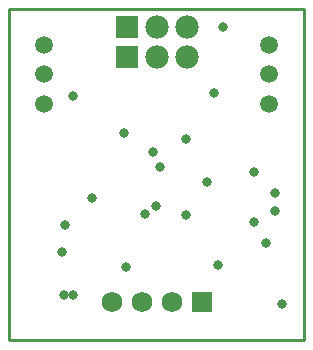
<source format=gts>
G04*
G04 #@! TF.GenerationSoftware,Altium Limited,CircuitStudio,1.5.2 (1.5.2.30)*
G04*
G04 Layer_Color=20142*
%FSLAX44Y44*%
%MOMM*%
G71*
G01*
G75*
%ADD10C,0.2540*%
%ADD31C,1.9812*%
%ADD32R,1.9812X1.9812*%
%ADD33C,1.5032*%
%ADD34R,1.7272X1.7272*%
%ADD35C,1.7272*%
%ADD36C,0.8032*%
D10*
X326500Y265900D02*
X576500D01*
Y545900D01*
X326500D02*
X576500D01*
X326500Y265900D02*
Y545900D01*
D31*
X476900Y505400D02*
D03*
X451500Y505400D02*
D03*
Y530800D02*
D03*
X476900Y530800D02*
D03*
D32*
X426100Y505400D02*
D03*
Y530800D02*
D03*
D33*
X356500Y515900D02*
D03*
Y490900D02*
D03*
Y465900D02*
D03*
X546500Y465900D02*
D03*
Y490900D02*
D03*
Y515900D02*
D03*
D34*
X489600Y298400D02*
D03*
D35*
X464200D02*
D03*
X438800D02*
D03*
X413400D02*
D03*
D36*
X544000Y348400D02*
D03*
X476500Y371900D02*
D03*
X534000Y365900D02*
D03*
X551500Y390900D02*
D03*
X448050Y424950D02*
D03*
X424000Y440900D02*
D03*
X371500Y340900D02*
D03*
X374000Y363400D02*
D03*
X551500Y375400D02*
D03*
X476000Y435900D02*
D03*
X500500Y475400D02*
D03*
X494000Y399549D02*
D03*
X557500Y296400D02*
D03*
X380500Y472900D02*
D03*
X454500Y412400D02*
D03*
X373500Y303900D02*
D03*
X381000D02*
D03*
X441500Y372900D02*
D03*
X450747Y379710D02*
D03*
X534000Y407900D02*
D03*
X426000Y327900D02*
D03*
X507500Y530899D02*
D03*
X503412Y329480D02*
D03*
X396500Y385900D02*
D03*
M02*

</source>
